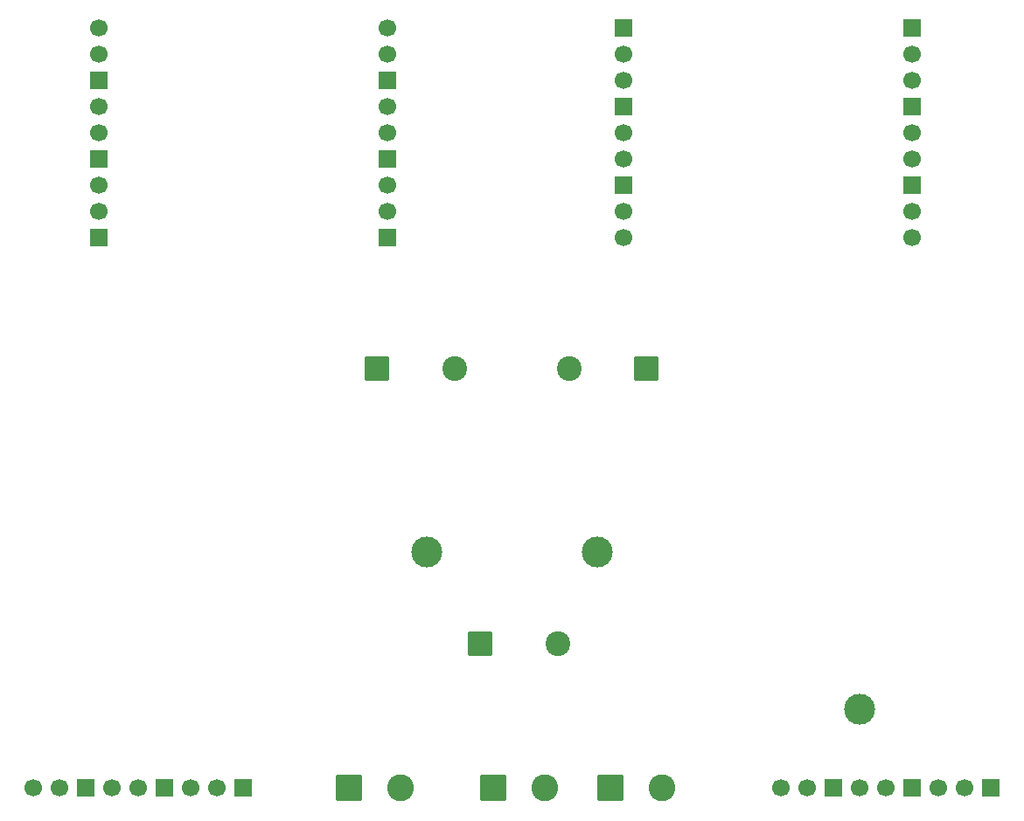
<source format=gbr>
%TF.GenerationSoftware,KiCad,Pcbnew,9.0.4*%
%TF.CreationDate,2025-09-09T23:45:02+02:00*%
%TF.ProjectId,hexapod,68657861-706f-4642-9e6b-696361645f70,rev?*%
%TF.SameCoordinates,Original*%
%TF.FileFunction,Copper,L1,Top*%
%TF.FilePolarity,Positive*%
%FSLAX46Y46*%
G04 Gerber Fmt 4.6, Leading zero omitted, Abs format (unit mm)*
G04 Created by KiCad (PCBNEW 9.0.4) date 2025-09-09 23:45:02*
%MOMM*%
%LPD*%
G01*
G04 APERTURE LIST*
G04 Aperture macros list*
%AMRoundRect*
0 Rectangle with rounded corners*
0 $1 Rounding radius*
0 $2 $3 $4 $5 $6 $7 $8 $9 X,Y pos of 4 corners*
0 Add a 4 corners polygon primitive as box body*
4,1,4,$2,$3,$4,$5,$6,$7,$8,$9,$2,$3,0*
0 Add four circle primitives for the rounded corners*
1,1,$1+$1,$2,$3*
1,1,$1+$1,$4,$5*
1,1,$1+$1,$6,$7*
1,1,$1+$1,$8,$9*
0 Add four rect primitives between the rounded corners*
20,1,$1+$1,$2,$3,$4,$5,0*
20,1,$1+$1,$4,$5,$6,$7,0*
20,1,$1+$1,$6,$7,$8,$9,0*
20,1,$1+$1,$8,$9,$2,$3,0*%
G04 Aperture macros list end*
%TA.AperFunction,ComponentPad*%
%ADD10R,1.700000X1.700000*%
%TD*%
%TA.AperFunction,ComponentPad*%
%ADD11C,1.700000*%
%TD*%
%TA.AperFunction,ComponentPad*%
%ADD12RoundRect,0.250000X-1.050000X-1.050000X1.050000X-1.050000X1.050000X1.050000X-1.050000X1.050000X0*%
%TD*%
%TA.AperFunction,ComponentPad*%
%ADD13C,2.600000*%
%TD*%
%TA.AperFunction,ComponentPad*%
%ADD14RoundRect,0.250001X-0.949999X-0.949999X0.949999X-0.949999X0.949999X0.949999X-0.949999X0.949999X0*%
%TD*%
%TA.AperFunction,ComponentPad*%
%ADD15C,2.400000*%
%TD*%
%TA.AperFunction,ComponentPad*%
%ADD16RoundRect,0.250001X0.949999X0.949999X-0.949999X0.949999X-0.949999X-0.949999X0.949999X-0.949999X0*%
%TD*%
%TA.AperFunction,ViaPad*%
%ADD17C,3.000000*%
%TD*%
G04 APERTURE END LIST*
D10*
%TO.P,J14_L_{3}_TIBIA1,1,Pin_1*%
%TO.N,L_{3}_TIBIA*%
X148590000Y-125730000D03*
D11*
%TO.P,J14_L_{3}_TIBIA1,2,Pin_2*%
%TO.N,6V_UBEC2*%
X146050000Y-125730000D03*
%TO.P,J14_L_{3}_TIBIA1,3,Pin_3*%
%TO.N,GND*%
X143510000Y-125730000D03*
%TD*%
D10*
%TO.P,J17_L_{6}_COXA1,1,Pin_1*%
%TO.N,L_{6}_COXA*%
X213360000Y-67310000D03*
D11*
%TO.P,J17_L_{6}_COXA1,2,Pin_2*%
%TO.N,6V_UBEC3*%
X213360000Y-69850000D03*
%TO.P,J17_L_{6}_COXA1,3,Pin_3*%
%TO.N,GND*%
X213360000Y-72390000D03*
%TD*%
D10*
%TO.P,J20_L_{5}_TIBIA1,1,Pin_1*%
%TO.N,L_{5}_TIBIA*%
X185420000Y-52070000D03*
D11*
%TO.P,J20_L_{5}_TIBIA1,2,Pin_2*%
%TO.N,6V_UBEC3*%
X185420000Y-54610000D03*
%TO.P,J20_L_{5}_TIBIA1,3,Pin_3*%
%TO.N,GND*%
X185420000Y-57150000D03*
%TD*%
D12*
%TO.P,J3,1*%
%TO.N,6V_UBEC2*%
X172800000Y-125730000D03*
D13*
%TO.P,J3,2*%
%TO.N,GND*%
X177800000Y-125730000D03*
%TD*%
D14*
%TO.P,C1,1*%
%TO.N,6V_UBEC1*%
X161587246Y-85090000D03*
D15*
%TO.P,C1,2*%
%TO.N,GND*%
X169087246Y-85090000D03*
%TD*%
D12*
%TO.P,J2,1*%
%TO.N,6V_UBEC1*%
X158830000Y-125730000D03*
D13*
%TO.P,J2,2*%
%TO.N,GND*%
X163830000Y-125730000D03*
%TD*%
D10*
%TO.P,J10_L_{3}_COXA1,1,Pin_1*%
%TO.N,L_{3}_COXA*%
X133350000Y-125730000D03*
D11*
%TO.P,J10_L_{3}_COXA1,2,Pin_2*%
%TO.N,6V_UBEC2*%
X130810000Y-125730000D03*
%TO.P,J10_L_{3}_COXA1,3,Pin_3*%
%TO.N,GND*%
X128270000Y-125730000D03*
%TD*%
D10*
%TO.P,J8_L_{2}_FEMUR1,1,Pin_1*%
%TO.N,L_{2}_FEMUR*%
X162560000Y-64770000D03*
D11*
%TO.P,J8_L_{2}_FEMUR1,2,Pin_2*%
%TO.N,6V_UBEC1*%
X162560000Y-62230000D03*
%TO.P,J8_L_{2}_FEMUR1,3,Pin_3*%
%TO.N,GND*%
X162560000Y-59690000D03*
%TD*%
D10*
%TO.P,J13_L_{4}_FEMUR1,1,Pin_1*%
%TO.N,L_{4}_FEMUR*%
X213360000Y-125730000D03*
D11*
%TO.P,J13_L_{4}_FEMUR1,2,Pin_2*%
%TO.N,6V_UBEC2*%
X210820000Y-125730000D03*
%TO.P,J13_L_{4}_FEMUR1,3,Pin_3*%
%TO.N,GND*%
X208280000Y-125730000D03*
%TD*%
D10*
%TO.P,J1_L_{1}_COXA1,1,Pin_1*%
%TO.N,L_{1}_COXA*%
X134620000Y-72390000D03*
D11*
%TO.P,J1_L_{1}_COXA1,2,Pin_2*%
%TO.N,6V_UBEC1*%
X134620000Y-69850000D03*
%TO.P,J1_L_{1}_COXA1,3,Pin_3*%
%TO.N,GND*%
X134620000Y-67310000D03*
%TD*%
D10*
%TO.P,J12_L_{3}_FEMUR1,1,Pin_1*%
%TO.N,L_{3}_FEMUR*%
X140970000Y-125730000D03*
D11*
%TO.P,J12_L_{3}_FEMUR1,2,Pin_2*%
%TO.N,6V_UBEC2*%
X138430000Y-125730000D03*
%TO.P,J12_L_{3}_FEMUR1,3,Pin_3*%
%TO.N,GND*%
X135890000Y-125730000D03*
%TD*%
D12*
%TO.P,J4,1*%
%TO.N,6V_UBEC3*%
X184150000Y-125730000D03*
D13*
%TO.P,J4,2*%
%TO.N,GND*%
X189150000Y-125730000D03*
%TD*%
D10*
%TO.P,J16_L_{5}_COXA1,1,Pin_1*%
%TO.N,L_{5}_COXA*%
X185420000Y-67310000D03*
D11*
%TO.P,J16_L_{5}_COXA1,2,Pin_2*%
%TO.N,6V_UBEC3*%
X185420000Y-69850000D03*
%TO.P,J16_L_{5}_COXA1,3,Pin_3*%
%TO.N,GND*%
X185420000Y-72390000D03*
%TD*%
D10*
%TO.P,J11_L_{4}_COXA1,1,Pin_1*%
%TO.N,L_{4}_COXA*%
X205740000Y-125730000D03*
D11*
%TO.P,J11_L_{4}_COXA1,2,Pin_2*%
%TO.N,6V_UBEC2*%
X203200000Y-125730000D03*
%TO.P,J11_L_{4}_COXA1,3,Pin_3*%
%TO.N,GND*%
X200660000Y-125730000D03*
%TD*%
D10*
%TO.P,J6_L_{1}_TIBIA1,1,Pin_1*%
%TO.N,L_{1}_TIBIA*%
X134620000Y-57150000D03*
D11*
%TO.P,J6_L_{1}_TIBIA1,2,Pin_2*%
%TO.N,6V_UBEC1*%
X134620000Y-54610000D03*
%TO.P,J6_L_{1}_TIBIA1,3,Pin_3*%
%TO.N,GND*%
X134620000Y-52070000D03*
%TD*%
D10*
%TO.P,J15_L_{4}_TIBIA1,1,Pin_1*%
%TO.N,L_{4}_TIBIA*%
X220980000Y-125730000D03*
D11*
%TO.P,J15_L_{4}_TIBIA1,2,Pin_2*%
%TO.N,6V_UBEC2*%
X218440000Y-125730000D03*
%TO.P,J15_L_{4}_TIBIA1,3,Pin_3*%
%TO.N,GND*%
X215900000Y-125730000D03*
%TD*%
D10*
%TO.P,J18_L_{5}_FEMUR1,1,Pin_1*%
%TO.N,L_{5}_FEMUR*%
X185420000Y-59690000D03*
D11*
%TO.P,J18_L_{5}_FEMUR1,2,Pin_2*%
%TO.N,6V_UBEC3*%
X185420000Y-62230000D03*
%TO.P,J18_L_{5}_FEMUR1,3,Pin_3*%
%TO.N,GND*%
X185420000Y-64770000D03*
%TD*%
D14*
%TO.P,C2,1*%
%TO.N,6V_UBEC2*%
X171570000Y-111760000D03*
D15*
%TO.P,C2,2*%
%TO.N,GND*%
X179070000Y-111760000D03*
%TD*%
D10*
%TO.P,J9_L_{2}_TIBIA1,1,Pin_1*%
%TO.N,L_{2}_TIBIA*%
X162560000Y-57150000D03*
D11*
%TO.P,J9_L_{2}_TIBIA1,2,Pin_2*%
%TO.N,6V_UBEC1*%
X162560000Y-54610000D03*
%TO.P,J9_L_{2}_TIBIA1,3,Pin_3*%
%TO.N,GND*%
X162560000Y-52070000D03*
%TD*%
D10*
%TO.P,J7_L_{2}_COXA1,1,Pin_1*%
%TO.N,L_{2}_COXA*%
X162560000Y-72390000D03*
D11*
%TO.P,J7_L_{2}_COXA1,2,Pin_2*%
%TO.N,6V_UBEC1*%
X162560000Y-69850000D03*
%TO.P,J7_L_{2}_COXA1,3,Pin_3*%
%TO.N,GND*%
X162560000Y-67310000D03*
%TD*%
D10*
%TO.P,J19_L_{6}_FEMUR1,1,Pin_1*%
%TO.N,L_{6}_FEMUR*%
X213360000Y-59690000D03*
D11*
%TO.P,J19_L_{6}_FEMUR1,2,Pin_2*%
%TO.N,6V_UBEC3*%
X213360000Y-62230000D03*
%TO.P,J19_L_{6}_FEMUR1,3,Pin_3*%
%TO.N,GND*%
X213360000Y-64770000D03*
%TD*%
D10*
%TO.P,J5_L_{1}_FEMUR1,1,Pin_1*%
%TO.N,L_{1}_FEMUR*%
X134620000Y-64770000D03*
D11*
%TO.P,J5_L_{1}_FEMUR1,2,Pin_2*%
%TO.N,6V_UBEC1*%
X134620000Y-62230000D03*
%TO.P,J5_L_{1}_FEMUR1,3,Pin_3*%
%TO.N,GND*%
X134620000Y-59690000D03*
%TD*%
D16*
%TO.P,C3,1*%
%TO.N,6V_UBEC3*%
X187662755Y-85090000D03*
D15*
%TO.P,C3,2*%
%TO.N,GND*%
X180162755Y-85090000D03*
%TD*%
D10*
%TO.P,J21_L_{6}_TIBIA1,1,Pin_1*%
%TO.N,L_{6}_TIBIA*%
X213360000Y-52070000D03*
D11*
%TO.P,J21_L_{6}_TIBIA1,2,Pin_2*%
%TO.N,6V_UBEC3*%
X213360000Y-54610000D03*
%TO.P,J21_L_{6}_TIBIA1,3,Pin_3*%
%TO.N,GND*%
X213360000Y-57150000D03*
%TD*%
D17*
%TO.N,GND*%
X182880000Y-102870000D03*
X208280000Y-118110000D03*
X166370000Y-102870000D03*
%TD*%
M02*

</source>
